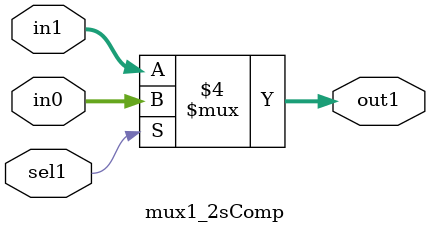
<source format=v>
/*
Author	: D.L.C. Amarasinghe (E/16/022)
Date	: 02-June-2020
*/

`timescale 1ns/100ps

// Define module called cpu
module cpu(PC, MEMORYREAD, MEMORYWRITE, WRITEDATA, ADDRESS, INSTRUCTION, CLK, RESET, MEMREADDATA, BUSYWAIT);

    // Declare input and output ports
    output reg [31:0] PC;       // 32 bit output port declaration as PC
    output MEMORYREAD, MEMORYWRITE;
    output [7:0] WRITEDATA;
    output [7:0] ADDRESS;
    input BUSYWAIT;
    input [7:0] MEMREADDATA;
    input [31:0] INSTRUCTION;   // 32 bit input port declaration as INSTRUCTION
    input CLK, RESET;           // 1 bit input port declarations as CLK, RESET
    wire [7:0] ALURESULT;

    // Write -4 to PC, if RESET is enabled
    always @ (RESET)
    begin
        if(RESET) begin
            PC = -4;
        end
    end
 
    wire [31:0] PC_UPDATED1;

    // Instance of the module adderPC is created
    adderPC_step1 myadderPC1(PC, PC_UPDATED1);

    reg [7:0] OPCODE, DESTINATION, SOURCE1, SOURCE2;

    // Decoding an 32 bit word instruction
    always @ (INSTRUCTION)
    begin
        
        OPCODE = INSTRUCTION[31:24];
        DESTINATION = INSTRUCTION[23:16];
        SOURCE1 = INSTRUCTION[15:8];
        SOURCE2 = INSTRUCTION[7:0];

    end

    wire [7:0] OUT1, OUT2;
    wire [31:0] SIGNEXTIMMEDIATE;

    wire [7:0] TwosCompOUT2, mux1_2sCompOUTPUT, mux2_ImmediateOUTPUT;


    // Generating TwosComplement form from REGISTER 2 OUTPUT in case of 'sub' instruction
    assign #1 TwosCompOUT2 = (~OUT2 + 8'b00000001);


    // Sign extend 8 bits immediate to 32 bits
    // Reroute wires to get shift left by 2 (To get the power of 2)
    assign SIGNEXTIMMEDIATE = { {22{DESTINATION[7]}}, DESTINATION[7:0], 2'b00 };
    

    wire [31:0] PC_UPDATED2;
    // Instance of the module adderPC_step2 is created
    adderPC_step2 myadderPC2(PC_UPDATED1, SIGNEXTIMMEDIATE, PC_UPDATED2);

    reg PCSELECT;
    wire BRANCHALUSIGNAL;

    initial
    begin
        PCSELECT = 1'b0;
    end

    // PCSELECT is the signal to mux3_PC in order to decide PC value to which instruction which should be fetched
    always @ (JUMPSEL, BRANCHSEL, BRANCHALUSIGNAL, ALURESULT)
    begin 
        if (BRANCHSEL == 1'b1) begin
            PCSELECT = BRANCHALUSIGNAL && BRANCHSEL;        // For 'beq' instruction
        end else if (JUMPSEL == 1'b1) begin
            PCSELECT = 1'b1;        // For 'j' instruction
        end else begin
            PCSELECT = 1'b0;        // For 'loadi', 'mov', 'add', 'sub', 'and', 'or' instructions
        end
    end

    wire [31:0] PCOUT;

    // Instance of the module mux3_PC is created
    mux3_PC mymux3_PC(PC_UPDATED1, PC_UPDATED2, PCSELECT, PCOUT);


    // Update PC after #1 time unit only if no memory read or write operations is happening
    always @ (posedge CLK)
    if (RESET == 1'b0) begin
        #1
        if (BUSYWAIT == 1'b0) begin
            PC = PCOUT;
        end
    end


    wire [2:0] aluOP;
    wire WRITEENABLE, TWOsCOMPLSEL, IMMEDIATESEL, BRANCHSEL, JUMPSEL;


    
    assign WRITEDATA = OUT1;
    assign ADDRESS = ALURESULT;
    wire [7:0] DATAOUT;

    // Instance of the module mux4_memory is created
    mux4_memory mymux4(ALURESULT, MEMREADDATA, MEMORYREAD, DATAOUT);




    // Instance of the module control_unit is created
    control_unit mycontrol_unit(INSTRUCTION, aluOP, WRITEENABLE, TWOsCOMPLSEL, IMMEDIATESEL, BRANCHSEL, JUMPSEL, MEMORYREAD, MEMORYWRITE);

    // Instance of the module mux1_2sComp is created
    mux1_2sComp mymux1(TwosCompOUT2, OUT2, TWOsCOMPLSEL, mux1_2sCompOUTPUT);

    // Instance of the module mux2_Immediate is created
    mux2_Immediate mymux2(mux1_2sCompOUTPUT, SOURCE2[7:0], IMMEDIATESEL, mux2_ImmediateOUTPUT);

    // Instance of the module reg_file is created
    reg_file myreg_file(DATAOUT, OUT1, OUT2, DESTINATION[2:0], SOURCE1[2:0], SOURCE2[2:0], WRITEENABLE, CLK, RESET, BUSYWAIT);

    // Instance of the module alu is created
    alu myalu(OUT1, mux2_ImmediateOUTPUT, ALURESULT, BRANCHALUSIGNAL, aluOP);


endmodule

// Define module called control_unit
/*
    Generating control signals 'WRITEENABLE', 'TWOsCOMPLSEL', 'IMMEDIATESEL', 'aluOP', 'BRANCHSEL', 'JUMPSEL', 'MEMORYREAD', 'MEMORYWRITE' according to OPCODE
*/
module control_unit(INSTRUCTION, aluOP, WRITEENABLE, TWOsCOMPLSEL, IMMEDIATESEL, BRANCHSEL, JUMPSEL, MEMORYREAD, MEMORYWRITE);

    // Declare input and output ports
    input [31:0] INSTRUCTION;
    output reg [2:0] aluOP;
    output reg WRITEENABLE, TWOsCOMPLSEL, IMMEDIATESEL, BRANCHSEL, JUMPSEL, MEMORYREAD, MEMORYWRITE;

    wire [7:0] OPCODE;
    assign OPCODE = INSTRUCTION[31:24];


    // Generating control signals according to OPCODE
    always @ (INSTRUCTION)
    begin

        MEMORYREAD = 1'b0; 
        MEMORYWRITE = 1'b0;

        #1

        if (OPCODE[3:0] == 4'b0000) begin    // 'loadi' instruction operation
            WRITEENABLE = 1'b1;
            TWOsCOMPLSEL = 1'b0;
            IMMEDIATESEL = 1'b1;
            aluOP = 3'b000;
            BRANCHSEL = 1'b0;
            JUMPSEL = 1'b0;
            MEMORYREAD = 1'b0; 
            MEMORYWRITE = 1'b0;
        end else if (OPCODE[3:0] == 4'b0001) begin    // 'mov' instruction operation
            WRITEENABLE = 1'b1;
            TWOsCOMPLSEL = 1'b0;
            IMMEDIATESEL = 1'b0;
            aluOP = 3'b000;
            BRANCHSEL = 1'b0;
            JUMPSEL = 1'b0;
            MEMORYREAD = 1'b0; 
            MEMORYWRITE = 1'b0;
        end else if (OPCODE[3:0] == 4'b0010) begin    // 'add' instruction operation
            WRITEENABLE = 1'b1;
            TWOsCOMPLSEL = 1'b0;
            IMMEDIATESEL = 1'b0;
            aluOP = 3'b001;
            BRANCHSEL = 1'b0;
            JUMPSEL = 1'b0;
            MEMORYREAD = 1'b0; 
            MEMORYWRITE = 1'b0;
        end else if (OPCODE[3:0] == 4'b0011) begin    // 'sub' instruction operation
            WRITEENABLE = 1'b1;
            TWOsCOMPLSEL = 1'b1;
            IMMEDIATESEL = 1'b0;
            aluOP = 3'b001;
            BRANCHSEL = 1'b0;
            JUMPSEL = 1'b0;
            MEMORYREAD = 1'b0; 
            MEMORYWRITE = 1'b0;
        end else if (OPCODE[3:0] == 4'b0100) begin    // 'and' instruction operation
            WRITEENABLE = 1'b1;
            TWOsCOMPLSEL = 1'b0;
            IMMEDIATESEL = 1'b0;
            aluOP = 3'b010;
            BRANCHSEL = 1'b0;
            JUMPSEL = 1'b0;
            MEMORYREAD = 1'b0; 
            MEMORYWRITE = 1'b0;
        end else if (OPCODE[3:0] == 4'b0101) begin    // 'or' instruction operation
            WRITEENABLE = 1'b1;
            TWOsCOMPLSEL = 1'b0;
            IMMEDIATESEL = 1'b0;
            aluOP = 3'b011;
            BRANCHSEL = 1'b0;
            JUMPSEL = 1'b0;
            MEMORYREAD = 1'b0; 
            MEMORYWRITE = 1'b0;
        end else if (OPCODE[3:0] == 4'b0110) begin    // 'j' instruction operation
            WRITEENABLE = 1'b0;
            TWOsCOMPLSEL = 1'bx;
            IMMEDIATESEL = 1'bx;
            aluOP = 3'bx;
            BRANCHSEL = 1'b0;
            JUMPSEL = 1'b1;
            MEMORYREAD = 1'b0; 
            MEMORYWRITE = 1'b0;
        end else if (OPCODE[3:0] == 4'b0111) begin    // 'beq' instruction operation
            WRITEENABLE = 1'b0;
            TWOsCOMPLSEL = 1'b1;
            IMMEDIATESEL = 1'b0;
            aluOP = 3'b001;
            BRANCHSEL = 1'b1;
            JUMPSEL = 1'b0;
            MEMORYREAD = 1'b0; 
            MEMORYWRITE = 1'b0;
        end else if (OPCODE[3:0] == 4'b1000) begin    // Newly added 'lwd' instruction operation
            WRITEENABLE = 1'b1;
            TWOsCOMPLSEL = 1'b0;
            IMMEDIATESEL = 1'b0;
            aluOP = 3'b000;
            BRANCHSEL = 1'b0;
            JUMPSEL = 1'b0;
            MEMORYREAD = 1'b1; 
            MEMORYWRITE = 1'b0;
        end else if (OPCODE[3:0] == 4'b1001) begin    // Newly added 'lwi' instruction operation
            WRITEENABLE = 1'b1;
            TWOsCOMPLSEL = 1'b0;
            IMMEDIATESEL = 1'b1;
            aluOP = 3'b000;
            BRANCHSEL = 1'b0;
            JUMPSEL = 1'b0;
            MEMORYREAD = 1'b1; 
            MEMORYWRITE = 1'b0;
        end else if (OPCODE[3:0] == 4'b1010) begin    // Newly added 'swd' instruction operation
            WRITEENABLE = 1'b0;
            TWOsCOMPLSEL = 1'b0;
            IMMEDIATESEL = 1'b0;
            aluOP = 3'b000;
            BRANCHSEL = 1'b0;
            JUMPSEL = 1'b0;
            MEMORYREAD = 1'b0; 
            MEMORYWRITE = 1'b1;
        end else if (OPCODE[3:0] == 4'b1011) begin    // Newly added 'swi' instruction operation
            WRITEENABLE = 1'b0;
            TWOsCOMPLSEL = 1'b0;
            IMMEDIATESEL = 1'b1;
            aluOP = 3'b000;
            BRANCHSEL = 1'b0;
            JUMPSEL = 1'b0;
            MEMORYREAD = 1'b0; 
            MEMORYWRITE = 1'b1;
        end

    end

endmodule

// Define module called adderPC_step1
/*
    Update PC by 4 to fetch next instruction
*/
module adderPC_step1(PC, PC_UPDATED1);
    
    // Declare input and output ports
    input [31:0] PC;
    output reg [31:0] PC_UPDATED1;

    always @ (PC)
    begin

        #1;
        PC_UPDATED1 = PC + 32'd4;

    end
    
endmodule



// Define module called adderPC_step2
/*
    Update PC to jump to fetch desired instruction with a given Offset from current instruction (for 'j' or 'beq' instructions)
*/
module adderPC_step2(PC_UPDATED1, SIGNEXTIMMEDIATE, PC_UPDATED2);
    
    // Declare input and output ports
    input [31:0] PC_UPDATED1, SIGNEXTIMMEDIATE;
    output reg [31:0] PC_UPDATED2;
    
    always @ (SIGNEXTIMMEDIATE)
    begin
    
        PC_UPDATED2 = PC_UPDATED1 + SIGNEXTIMMEDIATE;
    
    end

endmodule



// Define module called mux4_memory
/*
    Decide what should be written in register, depending on control signal
*/
module mux4_memory(ALUDATA, MEMORYDATA, MEMORYSELECT, DATAOUT);

    // Declare input and output ports
    input [7:0] ALUDATA, MEMORYDATA;
    input MEMORYSELECT;
    output reg [7:0] DATAOUT;

    always @ (ALUDATA, MEMORYDATA, MEMORYSELECT)
    begin
        if (MEMORYSELECT == 1'b1) begin
            DATAOUT = MEMORYDATA;   // To read memory and store result in a register (For 'lwd' & 'lwi' instructions)
        end else begin
            DATAOUT = ALUDATA;      // For 'loadi', 'mov', 'add', 'sub', 'and', 'or' instructions 
        end
    end

endmodule



// Define module called mux3_PC
/*
    Decide what should be the PC, depending on type of the instruction
*/
module mux3_PC(PC1, PC2, PCSELECT, PCOUT);

    // Declare input and output ports
    input [31:0] PC1, PC2;
    input PCSELECT;
    output reg [31:0] PCOUT;

    always @ (PC1, PC2, PCSELECT)
    begin
        if (PCSELECT == 1'b1) begin
            PCOUT = PC2;        // For 'j' & 'beq' instructions
        end else begin
            PCOUT = PC1;        // For 'loadi', 'mov', 'add', 'sub', 'and', 'or' instructions
        end
    end

endmodule



// Define module called mux2_Immediate
/*
    Decide what immediate to be selected, whether it is an immediate directly from instruction (for 'loadi' instruction)
    or immediate derived from a register (for 'and', 'sub', 'and', 'or', 'mov' instructions)
*/
module mux2_Immediate(in2, in3, sel2, out2);

    // Declare input and output ports
    input [7:0] in2, in3;
    input sel2;
    output reg [7:0] out2;

    always @ (in2, in3, sel2)
    begin
        if (sel2 == 1'b1) begin
            out2 = in3;     // Set 'out2' with an immediate directly from instruction for 'loadi' instruction
        end else begin
            out2 = in2;     // Set 'out2' with an immediate derived from a register for 'and', 'sub', 'and', 'or', 'mov' instructions
        end
    end

endmodule


// Define module called mux1_2sComp
/*
    Decide whether the immediate derived from a read register2 should be converted to TwosComplement or not
*/
module mux1_2sComp(in0, in1, sel1, out1);

    // Declare input and output ports
    input [7:0] in0, in1;
    input sel1;
    output reg [7:0] out1;

    always @ (in0, in1, sel1)
    begin
        if (sel1 == 1'b1) begin
            out1 = in0;     // Set 'out1' with TwosComplement converted immediate derived from a read register2
        end else begin
            out1 = in1;     // Set 'out1' directly with the immediate derived from a read register2
        end
    end

endmodule

</source>
